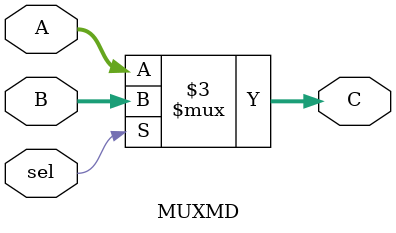
<source format=v>
`timescale 1ns/1ns

module MUXMD(
	input sel,
	input [31:0]A,
	input [31:0]B,
	output reg [31:0]C
);
	
always @*
begin
	if (sel)
		begin
		C=B;
		end
	else
		begin
		C=A;
		end
	end
	
endmodule

</source>
